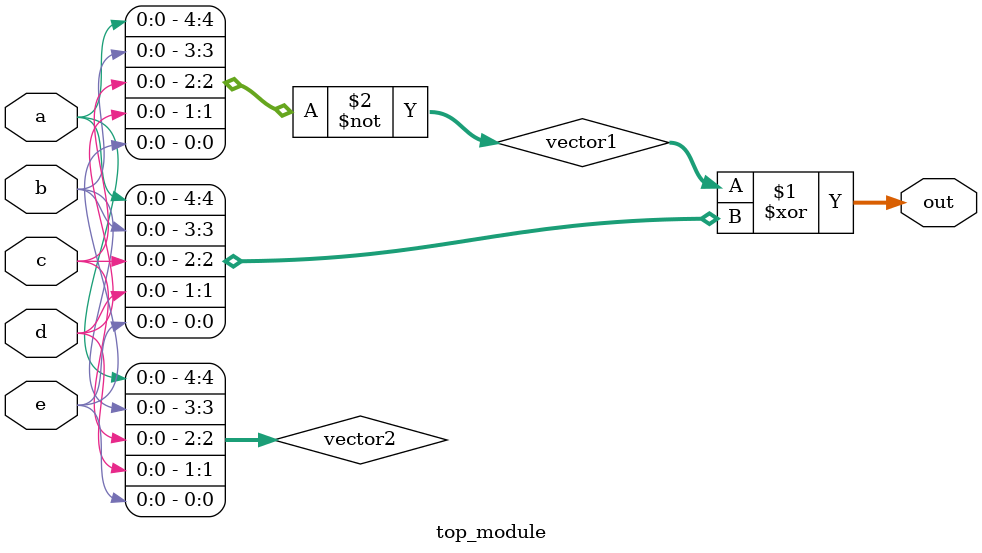
<source format=sv>
module top_module (
	input a,
	input b,
	input c,
	input d,
	input e,
	output [24:0] out
);
	
	// Wire Declarations
	wire [4:0] vector1;
	wire [4:0] vector2;
	
	// XOR Vector1 with Vector2
	assign out = vector1 ^ vector2;
	
	// Assign Values to Vector1
	assign vector1[4:0] = ~{a, b, c, d, e};
	
	// Assign Values to Vector2
	assign vector2[4:0] = {a, b, c, d, e};
	
endmodule

</source>
